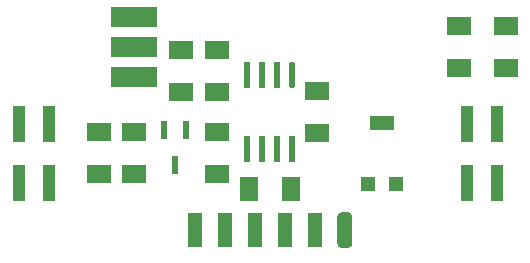
<source format=gbr>
%TF.GenerationSoftware,KiCad,Pcbnew,5.1.10-88a1d61d58~88~ubuntu20.04.1*%
%TF.CreationDate,2021-07-12T17:43:57-04:00*%
%TF.ProjectId,micropantograph,6d696372-6f70-4616-9e74-6f6772617068,rev?*%
%TF.SameCoordinates,Original*%
%TF.FileFunction,Paste,Top*%
%TF.FilePolarity,Positive*%
%FSLAX46Y46*%
G04 Gerber Fmt 4.6, Leading zero omitted, Abs format (unit mm)*
G04 Created by KiCad (PCBNEW 5.1.10-88a1d61d58~88~ubuntu20.04.1) date 2021-07-12 17:43:57*
%MOMM*%
%LPD*%
G01*
G04 APERTURE LIST*
%ADD10R,1.000000X3.150000*%
%ADD11R,2.000000X1.500000*%
%ADD12R,1.300000X1.300000*%
%ADD13R,2.000000X1.300000*%
%ADD14R,1.250000X3.000000*%
%ADD15R,1.500000X2.000000*%
%ADD16R,0.500000X1.600000*%
%ADD17R,0.500000X2.200000*%
%ADD18R,4.000000X1.800000*%
G04 APERTURE END LIST*
D10*
%TO.C,J2*%
X151270000Y-78475000D03*
X151270000Y-83525000D03*
X148730000Y-78475000D03*
X148730000Y-83525000D03*
%TD*%
D11*
%TO.C,C3*%
X165500000Y-72222000D03*
X165500000Y-75778000D03*
%TD*%
D10*
%TO.C,J3*%
X186730000Y-83525000D03*
X186730000Y-78475000D03*
X189270000Y-83525000D03*
X189270000Y-78475000D03*
%TD*%
D12*
%TO.C,RV1*%
X180650000Y-83600000D03*
D13*
X179500000Y-78400000D03*
D12*
X178350000Y-83600000D03*
%TD*%
D11*
%TO.C,C1*%
X158500000Y-79222000D03*
X158500000Y-82778000D03*
%TD*%
%TO.C,C2*%
X165500000Y-82778000D03*
X165500000Y-79222000D03*
%TD*%
%TO.C,C4*%
X174000000Y-75722000D03*
X174000000Y-79278000D03*
%TD*%
%TO.C,C6*%
X162500000Y-72222000D03*
X162500000Y-75778000D03*
%TD*%
%TO.C,D1*%
X190000000Y-73778000D03*
X190000000Y-70222000D03*
%TD*%
%TO.C,J5*%
G36*
G01*
X176037500Y-86000000D02*
X176662500Y-86000000D01*
G75*
G02*
X176975000Y-86312500I0J-312500D01*
G01*
X176975000Y-88687500D01*
G75*
G02*
X176662500Y-89000000I-312500J0D01*
G01*
X176037500Y-89000000D01*
G75*
G02*
X175725000Y-88687500I0J312500D01*
G01*
X175725000Y-86312500D01*
G75*
G02*
X176037500Y-86000000I312500J0D01*
G01*
G37*
D14*
X173810000Y-87500000D03*
X171270000Y-87500000D03*
X168730000Y-87500000D03*
X166190000Y-87500000D03*
X163650000Y-87500000D03*
%TD*%
D11*
%TO.C,R2*%
X186000000Y-73778000D03*
X186000000Y-70222000D03*
%TD*%
D15*
%TO.C,R4*%
X168222000Y-84000000D03*
X171778000Y-84000000D03*
%TD*%
D16*
%TO.C,U1*%
X162949960Y-79000000D03*
X161050040Y-79000000D03*
X162000000Y-82000000D03*
%TD*%
%TO.C,U2*%
G36*
G01*
X172155000Y-73372860D02*
X172155000Y-75322860D01*
G75*
G02*
X172030000Y-75447860I-125000J0D01*
G01*
X171780000Y-75447860D01*
G75*
G02*
X171655000Y-75322860I0J125000D01*
G01*
X171655000Y-73372860D01*
G75*
G02*
X171780000Y-73247860I125000J0D01*
G01*
X172030000Y-73247860D01*
G75*
G02*
X172155000Y-73372860I0J-125000D01*
G01*
G37*
D17*
X170642620Y-74347860D03*
X169375160Y-74347860D03*
X168105160Y-74347860D03*
X168095000Y-80652140D03*
X169365000Y-80652140D03*
X170635000Y-80652140D03*
X171905000Y-80652140D03*
%TD*%
D18*
%TO.C,J1*%
X158500000Y-74540000D03*
X158500000Y-72000000D03*
X158500000Y-69460000D03*
%TD*%
D11*
%TO.C,R1*%
X155500000Y-82778000D03*
X155500000Y-79222000D03*
%TD*%
M02*

</source>
